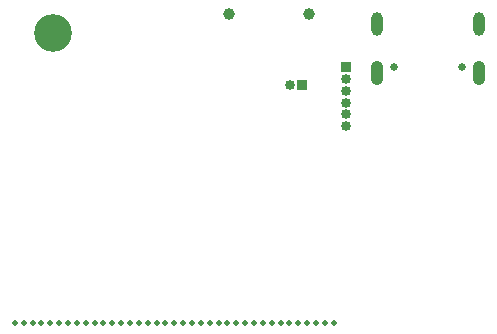
<source format=gbr>
%TF.GenerationSoftware,KiCad,Pcbnew,(6.0.9-0)*%
%TF.CreationDate,2023-02-23T20:44:17-08:00*%
%TF.ProjectId,esp32 caliper,65737033-3220-4636-916c-697065722e6b,rev?*%
%TF.SameCoordinates,Original*%
%TF.FileFunction,Soldermask,Bot*%
%TF.FilePolarity,Negative*%
%FSLAX46Y46*%
G04 Gerber Fmt 4.6, Leading zero omitted, Abs format (unit mm)*
G04 Created by KiCad (PCBNEW (6.0.9-0)) date 2023-02-23 20:44:17*
%MOMM*%
%LPD*%
G01*
G04 APERTURE LIST*
%ADD10C,1.000000*%
%ADD11C,3.200000*%
%ADD12C,0.650000*%
%ADD13O,1.050000X2.100000*%
%ADD14O,1.000000X2.000000*%
%ADD15R,0.850000X0.850000*%
%ADD16O,0.850000X0.850000*%
%ADD17C,0.500000*%
G04 APERTURE END LIST*
D10*
%TO.C,S1*%
X177900000Y-56000000D03*
X171100000Y-56000000D03*
%TD*%
D11*
%TO.C,H1*%
X156200000Y-57600000D03*
%TD*%
D12*
%TO.C,J1*%
X185060000Y-60490000D03*
X190840000Y-60490000D03*
D13*
X192270000Y-60990000D03*
D14*
X192270000Y-56810000D03*
X183630000Y-56810000D03*
D13*
X183630000Y-60990000D03*
%TD*%
D15*
%TO.C,J2*%
X177250000Y-62000000D03*
D16*
X176250000Y-62000000D03*
%TD*%
D15*
%TO.C,U9*%
X181000000Y-60500000D03*
D16*
X181000000Y-61500000D03*
X181000000Y-62500000D03*
X181000000Y-63500000D03*
X181000000Y-64500000D03*
X181000000Y-65500000D03*
%TD*%
D17*
%TO.C,U6*%
X173212000Y-82175000D03*
X168712000Y-82175000D03*
X161962000Y-82175000D03*
X163462000Y-82175000D03*
X178462000Y-82175000D03*
X176962000Y-82175000D03*
X175462000Y-82175000D03*
X155962000Y-82175000D03*
X179212000Y-82175000D03*
X170212000Y-82175000D03*
X177712000Y-82175000D03*
X164962000Y-82175000D03*
X159712000Y-82175000D03*
X152962000Y-82175000D03*
X170962000Y-82175000D03*
X155212000Y-82175000D03*
X169462000Y-82175000D03*
X158212000Y-82175000D03*
X172462000Y-82175000D03*
X167962000Y-82175000D03*
X153712000Y-82175000D03*
X174712000Y-82175000D03*
X166462000Y-82175000D03*
X176212000Y-82175000D03*
X157462000Y-82175000D03*
X173962000Y-82175000D03*
X171712000Y-82175000D03*
X167212000Y-82175000D03*
X161212000Y-82175000D03*
X160462000Y-82175000D03*
X164212000Y-82175000D03*
X158962000Y-82175000D03*
X156712000Y-82175000D03*
X179962000Y-82175000D03*
X165712000Y-82175000D03*
X162712000Y-82175000D03*
X154462000Y-82175000D03*
%TD*%
M02*

</source>
